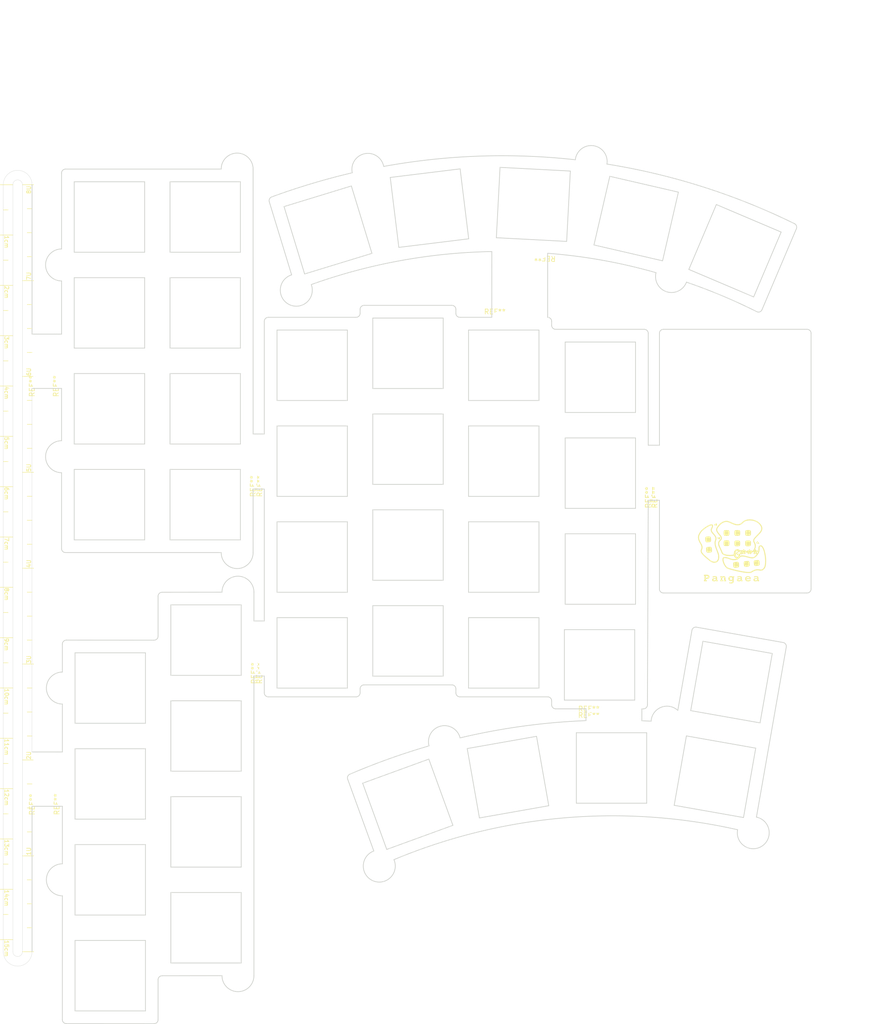
<source format=kicad_pcb>
(kicad_pcb (version 20210228) (generator pcbnew)
  (title_block (rev "1") (company "@e3w2q"))
  (layers (0 "F.Cu" signal) (31 "B.Cu" signal) (34 "B.Paste" user) (35 "F.Paste" user) (36 "B.SilkS" user "B.Silkscreen") (37 "F.SilkS" user "F.Silkscreen") (38 "B.Mask" user) (39 "F.Mask" user) (44 "Edge.Cuts" user))
  (net 0 "")
  (footprint "#footprint:M2_Hole" (layer "F.Cu") (at 185.757763 19.00494 17)
    (fp_text reference "H8" hide)
    (fp_text value "MountingHole" hide)
    (pad "" np_thru_hole circle (at 0 0 17) (size 1.9 1.9) (drill 1.9) (layers F&B.Cu *.Mask))
  )
  (footprint "#footprint:M2_Hole" (layer "F.Cu") (at 64.44875 54.83625)
    (fp_text reference "H13" hide)
    (fp_text value "MountingHole" hide)
    (pad "" np_thru_hole circle (at 0 0) (size 1.9 1.9) (drill 1.9) (layers F&B.Cu *.Mask))
  )
  (footprint "#footprint:pangaea_logo" (layer "F.Cu") (at 198.130662 74.221729)
    (fp_text reference "G***" (at 2.38125 0) (layer "F.SilkS") (effects (font (size 1.524 1.524) (thickness 0.3))))
    (fp_text value "LOGO" hide)
  )
  (footprint "#footprint:Keyswitch_Plate_Hole" (layer "F.Cu") (at 171.60875 58.1)
    (fp_text reference "SW12" hide)
    (fp_text value "SW_and_D" hide)
    (fp_line (start 7 7) (end -7 7) (layer "Edge.Cuts") (width 0.15))
    (fp_line (start -7 -7) (end -7 7) (layer "Edge.Cuts") (width 0.15))
    (fp_line (start 7 -7) (end 7 7) (layer "Edge.Cuts") (width 0.15))
    (fp_line (start 7 -7) (end -7 -7) (layer "Edge.Cuts") (width 0.15))
  )
  (footprint "#footprint:M2_Hole" (layer "F.Cu") (at 169.791826 -3.82648 17)
    (fp_text reference "H7" hide)
    (fp_text value "MountingHole" hide)
    (pad "" np_thru_hole circle (at 0 0 17) (size 1.9 1.9) (drill 1.9) (layers F&B.Cu *.Mask))
  )
  (footprint "#footprint:M2_Hole" (layer "F.Cu") (at 188.11875 79.53125)
    (fp_text reference "H15" hide)
    (fp_text value "MountingHole" hide)
  )
  (footprint "#footprint:mousebite" (layer "F.Cu") (at 104.6325 98.15 90)
    (fp_text reference "REF**" (at 0.3 -0.8 90 unlocked) (layer "F.SilkS"))
    (fp_text value "mousebite")
    (pad "" np_thru_hole circle (at 2.1 -0.3 90) (size 0.6 0.6) (drill 0.6) (layers F&B.Cu *.Mask))
    (pad "" np_thru_hole circle (at 4.8 -0.3 90) (size 0.6 0.6) (drill 0.6) (layers F&B.Cu *.Mask))
    (pad "" np_thru_hole circle (at 0.3 -0.3 90) (size 0.6 0.6) (drill 0.6) (layers F&B.Cu *.Mask))
    (pad "" np_thru_hole circle (at 8.4 -0.3 90) (size 0.6 0.6) (drill 0.6) (layers F&B.Cu *.Mask))
    (pad "" np_thru_hole circle (at 3.9 -0.3 90) (size 0.6 0.6) (drill 0.6) (layers F&B.Cu *.Mask))
    (pad "" np_thru_hole circle (at 10.2 -0.3 90) (size 0.6 0.6) (drill 0.6) (layers F&B.Cu *.Mask))
    (pad "" np_thru_hole circle (at 5.7 -0.3 90) (size 0.6 0.6) (drill 0.6) (layers F&B.Cu *.Mask))
    (pad "" np_thru_hole circle (at 9.3 -0.3 90) (size 0.6 0.6) (drill 0.6) (layers F&B.Cu *.Mask))
    (pad "" np_thru_hole circle (at 6.6 -0.3 90) (size 0.6 0.6) (drill 0.6) (layers F&B.Cu *.Mask))
    (pad "" np_thru_hole circle (at 7.5 -0.3 90) (size 0.6 0.6) (drill 0.6) (layers F&B.Cu *.Mask))
    (pad "" np_thru_hole circle (at 3 -0.3 90) (size 0.6 0.6) (drill 0.6) (layers F&B.Cu *.Mask))
    (pad "" np_thru_hole circle (at 1.2 -0.3 90) (size 0.6 0.6) (drill 0.6) (layers F&B.Cu *.Mask))
  )
  (footprint "#footprint:Keyswitch_Plate_Hole" (layer "F.Cu") (at 73.97375 26.26125)
    (fp_text reference "SW7" hide)
    (fp_text value "SW_and_D" hide)
    (fp_line (start 7 7) (end -7 7) (layer "Edge.Cuts") (width 0.15))
    (fp_line (start 7 -7) (end -7 -7) (layer "Edge.Cuts") (width 0.15))
    (fp_line (start 7 -7) (end 7 7) (layer "Edge.Cuts") (width 0.15))
    (fp_line (start -7 -7) (end -7 7) (layer "Edge.Cuts") (width 0.15))
  )
  (footprint "#footprint:Keyswitch_Plate_Hole" (layer "F.Cu") (at 73.97375 64.36125)
    (fp_text reference "SW19" hide)
    (fp_text value "SW_and_D" hide)
    (fp_line (start 7 -7) (end 7 7) (layer "Edge.Cuts") (width 0.15))
    (fp_line (start 7 -7) (end -7 -7) (layer "Edge.Cuts") (width 0.15))
    (fp_line (start 7 7) (end -7 7) (layer "Edge.Cuts") (width 0.15))
    (fp_line (start -7 -7) (end -7 7) (layer "Edge.Cuts") (width 0.15))
  )
  (footprint "#footprint:M2_Hole" (layer "F.Cu") (at 178.59375 84.29375)
    (fp_text reference "H15" hide)
    (fp_text value "MountingHole" hide)
  )
  (footprint "#footprint:Keyswitch_Plate_Hole" (layer "F.Cu") (at 93.18625 91.27875)
    (fp_text reference "SW2" hide)
    (fp_text value "SW_and_D" hide)
    (fp_line (start 7 7) (end -7 7) (layer "Edge.Cuts") (width 0.15))
    (fp_line (start -7 -7) (end -7 7) (layer "Edge.Cuts") (width 0.15))
    (fp_line (start 7 -7) (end 7 7) (layer "Edge.Cuts") (width 0.15))
    (fp_line (start 7 -7) (end -7 -7) (layer "Edge.Cuts") (width 0.15))
  )
  (footprint "#footprint:M2_Hole" (layer "F.Cu") (at 123.825 45.0031)
    (fp_text reference "H5" hide)
    (fp_text value "MountingHole" hide)
    (pad "" np_thru_hole circle (at 0 0) (size 1.9 1.9) (drill 1.9) (layers F&B.Cu *.Mask))
  )
  (footprint "#footprint:Keyswitch_Plate_Hole" (layer "F.Cu") (at 133.309423 123.893642 20)
    (fp_text reference "SW26" hide)
    (fp_text value "SW_and_D" hide)
    (fp_line (start 7 -7) (end 7 7) (layer "Edge.Cuts") (width 0.15))
    (fp_line (start 7 7) (end -7 7) (layer "Edge.Cuts") (width 0.15))
    (fp_line (start 7 -7) (end -7 -7) (layer "Edge.Cuts") (width 0.15))
    (fp_line (start -7 -7) (end -7 7) (layer "Edge.Cuts") (width 0.15))
  )
  (footprint "#footprint:M2_Hole" (layer "F.Cu") (at 202.015956 129.526299 20)
    (fp_text reference "H8" hide)
    (fp_text value "MountingHole" hide)
    (pad "" np_thru_hole circle (at 0 0 20) (size 1.9 1.9) (drill 1.9) (layers F&B.Cu *.Mask))
  )
  (footprint "#footprint:Keyswitch_Plate_Hole" (layer "F.Cu") (at 93.18625 110.32875)
    (fp_text reference "SW8" hide)
    (fp_text value "SW_and_D" hide)
    (fp_line (start 7 7) (end -7 7) (layer "Edge.Cuts") (width 0.15))
    (fp_line (start -7 -7) (end -7 7) (layer "Edge.Cuts") (width 0.15))
    (fp_line (start 7 -7) (end 7 7) (layer "Edge.Cuts") (width 0.15))
    (fp_line (start 7 -7) (end -7 -7) (layer "Edge.Cuts") (width 0.15))
  )
  (footprint "#footprint:mousebite" (layer "F.Cu") (at 103.32875 60.995 90)
    (fp_text reference "REF**" (at 0.3 -0.8 90 unlocked) (layer "F.SilkS"))
    (fp_text value "mousebite")
    (fp_text user "${REFERENCE}" (at -1.93 77.78125 90 unlocked) (layer "F.SilkS"))
    (pad "" np_thru_hole circle (at 10.2 -0.3 90) (size 0.6 0.6) (drill 0.6) (layers F&B.Cu *.Mask))
    (pad "" np_thru_hole circle (at 7.5 -0.3 90) (size 0.6 0.6) (drill 0.6) (layers F&B.Cu *.Mask))
    (pad "" np_thru_hole circle (at 3 -0.3 90) (size 0.6 0.6) (drill 0.6) (layers F&B.Cu *.Mask))
    (pad "" np_thru_hole circle (at 3.9 -0.3 90) (size 0.6 0.6) (drill 0.6) (layers F&B.Cu *.Mask))
    (pad "" np_thru_hole circle (at 0.3 -0.3 90) (size 0.6 0.6) (drill 0.6) (layers F&B.Cu *.Mask))
    (pad "" np_thru_hole circle (at 2.1 -0.3 90) (size 0.6 0.6) (drill 0.6) (layers F&B.Cu *.Mask))
    (pad "" np_thru_hole circle (at 5.7 -0.3 90) (size 0.6 0.6) (drill 0.6) (layers F&B.Cu *.Mask))
    (pad "" np_thru_hole circle (at 6.6 -0.3 90) (size 0.6 0.6) (drill 0.6) (layers F&B.Cu *.Mask))
    (pad "" np_thru_hole circle (at 4.8 -0.3 90) (size 0.6 0.6) (drill 0.6) (layers F&B.Cu *.Mask))
    (pad "" np_thru_hole circle (at 8.4 -0.3 90) (size 0.6 0.6) (drill 0.6) (layers F&B.Cu *.Mask))
    (pad "" np_thru_hole circle (at 1.2 -0.3 90) (size 0.6 0.6) (drill 0.6) (layers F&B.Cu *.Mask))
    (pad "" np_thru_hole circle (at 9.3 -0.3 90) (size 0.6 0.6) (drill 0.6) (layers F&B.Cu *.Mask))
  )
  (footprint "#footprint:Keyswitch_Plate_Hole" (layer "F.Cu") (at 171.45 96.2)
    (fp_text reference "SW24" hide)
    (fp_text value "SW_and_D" hide)
    (fp_line (start 7 7) (end -7 7) (layer "Edge.Cuts") (width 0.15))
    (fp_line (start 7 -7) (end -7 -7) (layer "Edge.Cuts") (width 0.15))
    (fp_line (start -7 -7) (end -7 7) (layer "Edge.Cuts") (width 0.15))
    (fp_line (start 7 -7) (end 7 7) (layer "Edge.Cuts") (width 0.15))
  )
  (footprint "#footprint:Keyswitch_Plate_Hole" (layer "F.Cu") (at 198.388206 13.912768 -23)
    (fp_text reference "SW30" hide)
    (fp_text value "SW_and_D" hide)
    (fp_line (start 7 -7) (end 7 7) (layer "Edge.Cuts") (width 0.15))
    (fp_line (start 7 7) (end -7 7) (layer "Edge.Cuts") (width 0.15))
    (fp_line (start 7 -7) (end -7 -7) (layer "Edge.Cuts") (width 0.15))
    (fp_line (start -7 -7) (end -7 7) (layer "Edge.Cuts") (width 0.15))
  )
  (footprint "#footprint:Keyswitch_Plate_Hole" (layer "F.Cu") (at 194.402203 118.422426 -10)
    (fp_text reference "SW29" hide)
    (fp_text value "SW_and_D" hide)
    (fp_line (start 7 -7) (end -7 -7) (layer "Edge.Cuts") (width 0.15))
    (fp_line (start -7 -7) (end -7 7) (layer "Edge.Cuts") (width 0.15))
    (fp_line (start 7 7) (end -7 7) (layer "Edge.Cuts") (width 0.15))
    (fp_line (start 7 -7) (end 7 7) (layer "Edge.Cuts") (width 0.15))
  )
  (footprint "#footprint:Keyswitch_Plate_Hole" (layer "F.Cu") (at 93.02375 45.31125)
    (fp_text reference "SW14" hide)
    (fp_text value "SW_and_D" hide)
    (fp_line (start -7 -7) (end -7 7) (layer "Edge.Cuts") (width 0.15))
    (fp_line (start 7 -7) (end -7 -7) (layer "Edge.Cuts") (width 0.15))
    (fp_line (start 7 -7) (end 7 7) (layer "Edge.Cuts") (width 0.15))
    (fp_line (start 7 7) (end -7 7) (layer "Edge.Cuts") (width 0.15))
  )
  (footprint "#footprint:M2_Hole" (layer "F.Cu") (at 99.53625 81.75375)
    (fp_text reference "H11" hide)
    (fp_text value "MountingHole" hide)
    (pad "" np_thru_hole circle (at 0 0) (size 1.9 1.9) (drill 1.9) (layers F&B.Cu *.Mask))
  )
  (footprint "#footprint:Keyswitch_Plate_Hole" (layer "F.Cu") (at 171.60875 39.05)
    (fp_text reference "SW6" hide)
    (fp_text value "SW_and_D" hide)
    (fp_line (start 7 7) (end -7 7) (layer "Edge.Cuts") (width 0.15))
    (fp_line (start 7 -7) (end -7 -7) (layer "Edge.Cuts") (width 0.15))
    (fp_line (start -7 -7) (end -7 7) (layer "Edge.Cuts") (width 0.15))
    (fp_line (start 7 -7) (end 7 7) (layer "Edge.Cuts") (width 0.15))
  )
  (footprint "#footprint:Keyswitch_Plate_Hole" (layer "F.Cu") (at 114.3 74.7687)
    (fp_text reference "SW15" hide)
    (fp_text value "SW_and_D" hide)
    (fp_line (start -7 -7) (end -7 7) (layer "Edge.Cuts") (width 0.15))
    (fp_line (start 7 -7) (end -7 -7) (layer "Edge.Cuts") (width 0.15))
    (fp_line (start 7 7) (end -7 7) (layer "Edge.Cuts") (width 0.15))
    (fp_line (start 7 -7) (end 7 7) (layer "Edge.Cuts") (width 0.15))
  )
  (footprint "#footprint:Keyswitch_Plate_Hole" (layer "F.Cu") (at 74.13625 119.85375)
    (fp_text reference "SW7" hide)
    (fp_text value "SW_and_D" hide)
    (fp_line (start 7 -7) (end -7 -7) (layer "Edge.Cuts") (width 0.15))
    (fp_line (start 7 -7) (end 7 7) (layer "Edge.Cuts") (width 0.15))
    (fp_line (start 7 7) (end -7 7) (layer "Edge.Cuts") (width 0.15))
    (fp_line (start -7 -7) (end -7 7) (layer "Edge.Cuts") (width 0.15))
  )
  (footprint "#footprint:Keyswitch_Plate_Hole" (layer "F.Cu") (at 93.18625 129.37875)
    (fp_text reference "SW14" hide)
    (fp_text value "SW_and_D" hide)
    (fp_line (start 7 -7) (end 7 7) (layer "Edge.Cuts") (width 0.15))
    (fp_line (start 7 7) (end -7 7) (layer "Edge.Cuts") (width 0.15))
    (fp_line (start -7 -7) (end -7 7) (layer "Edge.Cuts") (width 0.15))
    (fp_line (start 7 -7) (end -7 -7) (layer "Edge.Cuts") (width 0.15))
  )
  (footprint "#footprint:mousebite" (layer "F.Cu") (at 64.15125 41.11375 90)
    (fp_text reference "REF**" (at 0.3 -0.8 90 unlocked) (layer "F.SilkS"))
    (fp_text value "mousebite")
    (pad "" np_thru_hole circle (at 8.4 -0.3 90) (size 0.6 0.6) (drill 0.6) (layers F&B.Cu *.Mask))
    (pad "" np_thru_hole circle (at 0.3 -0.3 90) (size 0.6 0.6) (drill 0.6) (layers F&B.Cu *.Mask))
    (pad "" np_thru_hole circle (at 9.3 -0.3 90) (size 0.6 0.6) (drill 0.6) (layers F&B.Cu *.Mask))
    (pad "" np_thru_hole circle (at 6.6 -0.3 90) (size 0.6 0.6) (drill 0.6) (layers F&B.Cu *.Mask))
    (pad "" np_thru_hole circle (at 10.2 -0.3 90) (size 0.6 0.6) (drill 0.6) (layers F&B.Cu *.Mask))
    (pad "" np_thru_hole circle (at 1.2 -0.3 90) (size 0.6 0.6) (drill 0.6) (layers F&B.Cu *.Mask))
    (pad "" np_thru_hole circle (at 2.1 -0.3 90) (size 0.6 0.6) (drill 0.6) (layers F&B.Cu *.Mask))
    (pad "" np_thru_hole circle (at 3 -0.3 90) (size 0.6 0.6) (drill 0.6) (layers F&B.Cu *.Mask))
    (pad "" np_thru_hole circle (at 5.7 -0.3 90) (size 0.6 0.6) (drill 0.6) (layers F&B.Cu *.Mask))
    (pad "" np_thru_hole circle (at 3.9 -0.3 90) (size 0.6 0.6) (drill 0.6) (layers F&B.Cu *.Mask))
    (pad "" np_thru_hole circle (at 4.8 -0.3 90) (size 0.6 0.6) (drill 0.6) (layers F&B.Cu *.Mask))
    (pad "" np_thru_hole circle (at 7.5 -0.3 90) (size 0.6 0.6) (drill 0.6) (layers F&B.Cu *.Mask))
  )
  (footprint "#footprint:M2_Hole" (layer "F.Cu") (at 64.61125 138.90375)
    (fp_text reference "H13" hide)
    (fp_text value "MountingHole" hide)
    (pad "" np_thru_hole circle (at 0 0) (size 1.9 1.9) (drill 1.9) (layers F&B.Cu *.Mask))
  )
  (footprint "#footprint:M2_Hole" (layer "F.Cu") (at 210.34375 47.3844)
    (fp_text reference "H1" hide)
    (fp_text value "MountingHole" hide)
    (pad "" np_thru_hole circle (at 0 0) (size 1.9 1.9) (drill 1.9) (layers F&B.Cu *.Mask))
  )
  (footprint "#footprint:Keyswitch_Plate_Hole" (layer "F.Cu") (at 93.02375 64.36125)
    (fp_text reference "SW20" hide)
    (fp_text value "SW_and_D" hide)
    (fp_line (start 7 -7) (end -7 -7) (layer "Edge.Cuts") (width 0.15))
    (fp_line (start 7 -7) (end 7 7) (layer "Edge.Cuts") (width 0.15))
    (fp_line (start 7 7) (end -7 7) (layer "Edge.Cuts") (width 0.15))
    (fp_line (start -7 -7) (end -7 7) (layer "Edge.Cuts") (width 0.15))
  )
  (footprint "#footprint:mousebite" (layer "F.Cu") (at 183.21375 63.225 90)
    (fp_text reference "REF**" (at 0.3 -0.8 90 unlocked) (layer "F.SilkS"))
    (fp_text value "mousebite")
    (fp_text user "${REFERENCE}" (at 0.3 -0.8 90 unlocked) (layer "F.SilkS"))
    (pad "" np_thru_hole circle (at 2.1 -0.3 90) (size 0.6 0.6) (drill 0.6) (layers F&B.Cu *.Mask))
    (pad "" np_thru_hole circle (at 8.4 -0.3 90) (size 0.6 0.6) (drill 0.6) (layers F&B.Cu *.Mask))
    (pad "" np_thru_hole circle (at 4.8 -0.3 90) (size 0.6 0.6) (drill 0.6) (layers F&B.Cu *.Mask))
    (pad "" np_thru_hole circle (at 3.9 -0.3 90) (size 0.6 0.6) (drill 0.6) (layers F&B.Cu *.Mask))
    (pad "" np_thru_hole circle (at 0.3 -0.3 90) (size 0.6 0.6) (drill 0.6) (layers F&B.Cu *.Mask))
    (pad "" np_thru_hole circle (at 1.2 -0.3 90) (size 0.6 0.6) (drill 0.6) (layers F&B.Cu *.Mask))
    (pad "" np_thru_hole circle (at 3 -0.3 90) (size 0.6 0.6) (drill 0.6) (layers F&B.Cu *.Mask))
    (pad "" np_thru_hole circle (at 7.5 -0.3 90) (size 0.6 0.6) (drill 0.6) (layers F&B.Cu *.Mask))
    (pad "" np_thru_hole circle (at 5.7 -0.3 90) (size 0.6 0.6) (drill 0.6) (layers F&B.Cu *.Mask))
    (pad "" np_thru_hole circle (at 9.3 -0.3 90) (size 0.6 0.6) (drill 0.6) (layers F&B.Cu *.Mask))
    (pad "" np_thru_hole circle (at 10.2 -0.3 90) (size 0.6 0.6) (drill 0.6) (layers F&B.Cu *.Mask))
    (pad "" np_thru_hole circle (at 6.6 -0.3 90) (size 0.6 0.6) (drill 0.6) (layers F&B.Cu *.Mask))
  )
  (footprint "#footprint:M2_Hole" (layer "F.Cu") (at 99.37375 -2.31375)
    (fp_text reference "H11" hide)
    (fp_text value "MountingHole" hide)
    (pad "" np_thru_hole circle (at 0 0) (size 1.9 1.9) (drill 1.9) (layers F&B.Cu *.Mask))
  )
  (footprint "#footprint:M2_Hole" (layer "F.Cu") (at 161.925 85.4844)
    (fp_text reference "H3" hide)
    (fp_text value "MountingHole" hide)
    (pad "" np_thru_hole circle (at 0 0) (size 1.9 1.9) (drill 1.9) (layers F&B.Cu *.Mask))
  )
  (footprint "#footprint:Keyswitch_Plate_Hole" (layer "F.Cu") (at 133.35 72.3875)
    (fp_text reference "SW16" hide)
    (fp_text value "SW_and_D" hide)
    (fp_line (start 7 -7) (end 7 7) (layer "Edge.Cuts") (width 0.15))
    (fp_line (start 7 7) (end -7 7) (layer "Edge.Cuts") (width 0.15))
    (fp_line (start 7 -7) (end -7 -7) (layer "Edge.Cuts") (width 0.15))
    (fp_line (start -7 -7) (end -7 7) (layer "Edge.Cuts") (width 0.15))
  )
  (footprint "#footprint:Keyswitch_Plate_Hole" (layer "F.Cu") (at 74.13625 138.90375)
    (fp_text reference "SW13" hide)
    (fp_text value "SW_and_D" hide)
    (fp_line (start 7 -7) (end -7 -7) (layer "Edge.Cuts") (width 0.15))
    (fp_line (start 7 -7) (end 7 7) (layer "Edge.Cuts") (width 0.15))
    (fp_line (start -7 -7) (end -7 7) (layer "Edge.Cuts") (width 0.15))
    (fp_line (start 7 7) (end -7 7) (layer "Edge.Cuts") (width 0.15))
  )
  (footprint "#footprint:Keyswitch_Plate_Hole" (layer "F.Cu") (at 74.13625 100.80375)
    (fp_text reference "SW1" hide)
    (fp_text value "SW_and_D" hide)
    (fp_line (start -7 -7) (end -7 7) (layer "Edge.Cuts") (width 0.15))
    (fp_line (start 7 7) (end -7 7) (layer "Edge.Cuts") (width 0.15))
    (fp_line (start 7 -7) (end 7 7) (layer "Edge.Cuts") (width 0.15))
    (fp_line (start 7 -7) (end -7 -7) (layer "Edge.Cuts") (width 0.15))
  )
  (footprint "#footprint:Keyswitch_Plate_Hole" (layer "F.Cu") (at 152.4 36.6687)
    (fp_text reference "SW5" hide)
    (fp_text value "SW_and_D" hide)
    (fp_line (start -7 -7) (end -7 7) (layer "Edge.Cuts") (width 0.15))
    (fp_line (start 7 -7) (end 7 7) (layer "Edge.Cuts") (width 0.15))
    (fp_line (start 7 7) (end -7 7) (layer "Edge.Cuts") (width 0.15))
    (fp_line (start 7 -7) (end -7 -7) (layer "Edge.Cuts") (width 0.15))
  )
  (footprint "#footprint:Keyswitch_Plate_Hole" (layer "F.Cu") (at 152.4 74.7687)
    (fp_text reference "SW17" hide)
    (fp_text value "SW_and_D" hide)
    (fp_line (start -7 -7) (end -7 7) (layer "Edge.Cuts") (width 0.15))
    (fp_line (start 7 -7) (end 7 7) (layer "Edge.Cuts") (width 0.15))
    (fp_line (start 7 -7) (end -7 -7) (layer "Edge.Cuts") (width 0.15))
    (fp_line (start 7 7) (end -7 7) (layer "Edge.Cuts") (width 0.15))
  )
  (footprint "#footprint:Keyswitch_Plate_Hole" (layer "F.Cu") (at 117.44018 9.784181 17)
    (fp_text reference "SW26" hide)
    (fp_text value "SW_and_D" hide)
    (fp_line (start 7 -7) (end 7 7) (layer "Edge.Cuts") (width 0.15))
    (fp_line (start 7 7) (end -7 7) (layer "Edge.Cuts") (width 0.15))
    (fp_line (start 7 -7) (end -7 -7) (layer "Edge.Cuts") (width 0.15))
    (fp_line (start -7 -7) (end -7 7) (layer "Edge.Cuts") (width 0.15))
  )
  (footprint "#footprint:Keyswitch_Plate_Hole" (layer "F.Cu") (at 158.284072 4.699925 -3)
    (fp_text reference "SW28" hide)
    (fp_text value "SW_and_D" hide)
    (fp_line (start -7 -7) (end -7 7) (layer "Edge.Cuts") (width 0.15))
    (fp_line (start 7 -7) (end 7 7) (layer "Edge.Cuts") (width 0.15))
    (fp_line (start 7 -7) (end -7 -7) (layer "Edge.Cuts") (width 0.15))
    (fp_line (start 7 7) (end -7 7) (layer "Edge.Cuts") (width 0.15))
  )
  (footprint "#footprint:M2_Hole" (layer "F.Cu") (at 140.626404 111.420143 20)
    (fp_text reference "H10" hide)
    (fp_text value "MountingHole" hide)
    (pad "" np_thru_hole circle (at 0 0 20) (size 1.9 1.9) (drill 1.9) (layers F&B.Cu *.Mask))
  )
  (footprint "#footprint:M2_Hole" (layer "F.Cu") (at 64.61125 100.80375)
    (fp_text reference "H14" hide)
    (fp_text value "MountingHole" hide)
    (pad "" np_thru_hole circle (at 0 0) (size 1.9 1.9) (drill 1.9) (layers F&B.Cu *.Mask))
  )
  (footprint "#footprint:Keyswitch_Plate_Hole" (layer "F.Cu") (at 152.4 93.8187)
    (fp_text reference "SW23" hide)
    (fp_text value "SW_and_D" hide)
    (fp_line (start 7 -7) (end 7 7) (layer "Edge.Cuts") (width 0.15))
    (fp_line (start 7 7) (end -7 7) (layer "Edge.Cuts") (width 0.15))
    (fp_line (start -7 -7) (end -7 7) (layer "Edge.Cuts") (width 0.15))
    (fp_line (start 7 -7) (end -7 -7) (layer "Edge.Cuts") (width 0.15))
  )
  (footprint "#footprint:M2_Hole" (layer "F.Cu") (at 125.399945 -2.289282 17)
    (fp_text reference "H10" hide)
    (fp_text value "MountingHole" hide)
    (pad "" np_thru_hole circle (at 0 0 17) (size 1.9 1.9) (drill 1.9) (layers F&B.Cu *.Mask))
  )
  (footprint "#footprint:Keyswitch_Plate_Hole" (layer "F.Cu") (at 133.35 34.2875)
    (fp_text reference "SW4" hide)
    (fp_text value "SW_and_D" hide)
    (fp_line (start 7 -7) (end 7 7) (layer "Edge.Cuts") (width 0.15))
    (fp_line (start -7 -7) (end -7 7) (layer "Edge.Cuts") (width 0.15))
    (fp_line (start 7 7) (end -7 7) (layer "Edge.Cuts") (width 0.15))
    (fp_line (start 7 -7) (end -7 -7) (layer "Edge.Cuts") (width 0.15))
  )
  (footprint "#footprint:mousebite" (layer "F.Cu") (at 169.02375 107.01125)
    (fp_text reference "REF**" (at 0.3 -0.8 unlocked) (layer "F.SilkS"))
    (fp_text value "mousebite")
    (pad "" np_thru_hole circle (at 3.9 -0.3) (size 0.6 0.6) (drill 0.6) (layers F&B.Cu *.Mask))
    (pad "" np_thru_hole circle (at 6.6 -0.3) (size 0.6 0.6) (drill 0.6) (layers F&B.Cu *.Mask))
    (pad "" np_thru_hole circle (at 0.3 -0.3) (size 0.6 0.6) (drill 0.6) (layers F&B.Cu *.Mask))
    (pad "" np_thru_hole circle (at 2.1 -0.3) (size 0.6 0.6) (drill 0.6) (layers F&B.Cu *.Mask))
    (pad "" np_thru_hole circle (at 8.4 -0.3) (size 0.6 0.6) (drill 0.6) (layers F&B.Cu *.Mask))
    (pad "" np_thru_hole circle (at 10.2 -0.3) (size 0.6 0.6) (drill 0.6) (layers F&B.Cu *.Mask))
    (pad "" np_thru_hole circle (at 9.3 -0.3) (size 0.6 0.6) (drill 0.6) (layers F&B.Cu *.Mask))
    (pad "" np_thru_hole circle (at 7.5 -0.3) (size 0.6 0.6) (drill 0.6) (layers F&B.Cu *.Mask))
    (pad "" np_thru_hole circle (at 1.2 -0.3) (size 0.6 0.6) (drill 0.6) (layers F&B.Cu *.Mask))
    (pad "" np_thru_hole circle (at 4.8 -0.3) (size 0.6 0.6) (drill 0.6) (layers F&B.Cu *.Mask))
    (pad "" np_thru_hole circle (at 3 -0.3) (size 0.6 0.6) (drill 0.6) (layers F&B.Cu *.Mask))
    (pad "" np_thru_hole circle (at 5.7 -0.3) (size 0.6 0.6) (drill 0.6) (layers F&B.Cu *.Mask))
  )
  (footprint "#footprint:mousebite" (layer "F.Cu") (at 103.52125 98.15 90)
    (fp_text reference "REF**" (at 0.3 -0.8 90 unlocked) (layer "F.SilkS"))
    (fp_text value "mousebite")
    (pad "" np_thru_hole circle (at 1.2 -0.3 90) (size 0.6 0.6) (drill 0.6) (layers F&B.Cu *.Mask))
    (pad "" np_thru_hole circle (at 10.2 -0.3 90) (size 0.6 0.6) (drill 0.6) (layers F&B.Cu *.Mask))
    (pad "" np_thru_hole circle (at 3.9 -0.3 90) (size 0.6 0.6) (drill 0.6) (layers F&B.Cu *.Mask))
    (pad "" np_thru_hole circle (at 4.8 -0.3 90) (size 0.6 0.6) (drill 0.6) (layers F&B.Cu *.Mask))
    (pad "" np_thru_hole circle (at 2.1 -0.3 90) (size 0.6 0.6) (drill 0.6) (layers F&B.Cu *.Mask))
    (pad "" np_thru_hole circle (at 9.3 -0.3 90) (size 0.6 0.6) (drill 0.6) (layers F&B.Cu *.Mask))
    (pad "" np_thru_hole circle (at 5.7 -0.3 90) (size 0.6 0.6) (drill 0.6) (layers F&B.Cu *.Mask))
    (pad "" np_thru_hole circle (at 6.6 -0.3 90) (size 0.6 0.6) (drill 0.6) (layers F&B.Cu *.Mask))
    (pad "" np_thru_hole circle (at 7.5 -0.3 90) (size 0.6 0.6) (drill 0.6) (layers F&B.Cu *.Mask))
    (pad "" np_thru_hole circle (at 3 -0.3 90) (size 0.6 0.6) (drill 0.6) (layers F&B.Cu *.Mask))
    (pad "" np_thru_hole circle (at 0.3 -0.3 90) (size 0.6 0.6) (drill 0.6) (layers F&B.Cu *.Mask))
    (pad "" np_thru_hole circle (at 8.4 -0.3 90) (size 0.6 0.6) (drill 0.6) (layers F&B.Cu *.Mask))
  )
  (footprint "#footprint:Keyswitch_Plate_Hole" (layer "F.Cu") (at 114.3 93.8187)
    (fp_text reference "SW21" hide)
    (fp_text value "SW_and_D" hide)
    (fp_line (start 7 7) (end -7 7) (layer "Edge.Cuts") (width 0.15))
    (fp_line (start -7 -7) (end -7 7) (layer "Edge.Cuts") (width 0.15))
    (fp_line (start 7 -7) (end -7 -7) (layer "Edge.Cuts") (width 0.15))
    (fp_line (start 7 -7) (end 7 7) (layer "Edge.Cuts") (width 0.15))
  )
  (footprint "#footprint:Keyswitch_Plate_Hole" (layer "F.Cu") (at 114.3 36.6687)
    (fp_text reference "SW3" hide)
    (fp_text value "SW_and_D" hide)
    (fp_line (start 7 -7) (end -7 -7) (layer "Edge.Cuts") (width 0.15))
    (fp_line (start 7 -7) (end 7 7) (layer "Edge.Cuts") (width 0.15))
    (fp_line (start 7 7) (end -7 7) (layer "Edge.Cuts") (width 0.15))
    (fp_line (start -7 -7) (end -7 7) (layer "Edge.Cuts") (width 0.15))
  )
  (footprint "#footprint:Keyswitch_Plate_Hole" (layer "F.Cu") (at 178.735576 7.517813 -13)
    (fp_text reference "SW29" hide)
    (fp_text value "SW_and_D" hide)
    (fp_line (start 7 -7) (end -7 -7) (layer "Edge.Cuts") (width 0.15))
    (fp_line (start -7 -7) (end -7 7) (layer "Edge.Cuts") (width 0.15))
    (fp_line (start 7 -7) (end 7 7) (layer "Edge.Cuts") (width 0.15))
    (fp_line (start 7 7) (end -7 7) (layer "Edge.Cuts") (width 0.15))
  )
  (footprint "#footprint:Keyswitch_Plate_Hole" (layer "F.Cu") (at 133.35 53.3375)
    (fp_text reference "SW10" hide)
    (fp_text value "SW_and_D" hide)
    (fp_line (start -7 -7) (end -7 7) (layer "Edge.Cuts") (width 0.15))
    (fp_line (start 7 -7) (end 7 7) (layer "Edge.Cuts") (width 0.15))
    (fp_line (start 7 7) (end -7 7) (layer "Edge.Cuts") (width 0.15))
    (fp_line (start 7 -7) (end -7 -7) (layer "Edge.Cuts") (width 0.15))
  )
  (footprint "#footprint:Keyswitch_Plate_Hole" (layer "F.Cu") (at 73.97375 45.31125)
    (fp_text reference "SW13" hide)
    (fp_text value "SW_and_D" hide)
    (fp_line (start 7 -7) (end 7 7) (layer "Edge.Cuts") (width 0.15))
    (fp_line (start 7 -7) (end -7 -7) (layer "Edge.Cuts") (width 0.15))
    (fp_line (start 7 7) (end -7 7) (layer "Edge.Cuts") (width 0.15))
    (fp_line (start -7 -7) (end -7 7) (layer "Edge.Cuts") (width 0.15))
  )
  (footprint "#footprint:M2_Hole" (layer "F.Cu") (at 99.53625 157.95375)
    (fp_text reference "H12" hide)
    (fp_text value "MountingHole" hide)
    (pad "" np_thru_hole circle (at 0 0) (size 1.9 1.9) (drill 1.9) (layers F&B.Cu *.Mask))
  )
  (footprint "#footprint:Keyswitch_Plate_Hole" (layer "F.Cu") (at 114.3 55.7187)
    (fp_text reference "SW9" hide)
    (fp_text value "SW_and_D" hide)
    (fp_line (start 7 -7) (end -7 -7) (layer "Edge.Cuts") (width 0.15))
    (fp_line (start -7 -7) (end -7 7) (layer "Edge.Cuts") (width 0.15))
    (fp_line (start 7 -7) (end 7 7) (layer "Edge.Cuts") (width 0.15))
    (fp_line (start 7 7) (end -7 7) (layer "Edge.Cuts") (width 0.15))
  )
  (footprint "#footprint:Keyswitch_Plate_Hole" (layer "F.Cu") (at 73.97375 7.21125)
    (fp_text reference "SW1" hide)
    (fp_text value "SW_and_D" hide)
    (fp_line (start 7 7) (end -7 7) (layer "Edge.Cuts") (width 0.15))
    (fp_line (start 7 -7) (end 7 7) (layer "Edge.Cuts") (width 0.15))
    (fp_line (start -7 -7) (end -7 7) (layer "Edge.Cuts") (width 0.15))
    (fp_line (start 7 -7) (end -7 -7) (layer "Edge.Cuts") (width 0.15))
  )
  (footprint "#footprint:M2_Hole" (layer "F.Cu") (at 184.876996 107.561761 20)
    (fp_text reference "H7" hide)
    (fp_text value "MountingHole" hide)
    (pad "" np_thru_hole circle (at 0 0 20) (size 1.9 1.9) (drill 1.9) (layers F&B.Cu *.Mask))
  )
  (footprint "#footprint:M2_Hole" (layer "F.Cu") (at 161.925 47.3844)
    (fp_text reference "H6" hide)
    (fp_text value "MountingHole" hide)
    (pad "" np_thru_hole circle (at 0 0) (size 1.9 1.9) (drill 1.9) (layers F&B.Cu *.Mask))
  )
  (footprint "#footprint:Keyswitch_Plate_Hole" (layer "F.Cu") (at 197.691216 99.613287 -10)
    (fp_text reference "SW30" hide)
    (fp_text value "SW_and_D" hide)
    (fp_line (start 7 -7) (end -7 -7) (layer "Edge.Cuts") (width 0.15))
    (fp_line (start -7 -7) (end -7 7) (layer "Edge.Cuts") (width 0.15))
    (fp_line (start 7 -7) (end 7 7) (layer "Edge.Cuts") (width 0.15))
    (fp_line (start 7 7) (end -7 7) (layer "Edge.Cuts") (width 0.15))
  )
  (footprint "#footprint:Keyswitch_Plate_Hole" (layer "F.Cu") (at 74.13625 157.95375)
    (fp_text reference "SW19" hide)
    (fp_text value "SW_and_D" hide)
    (fp_line (start 7 -7) (end -7 -7) (layer "Edge.Cuts") (width 0.15))
    (fp_line (start 7 -7) (end 7 7) (layer "Edge.Cuts") (width 0.15))
    (fp_line (start 7 7) (end -7 7) (layer "Edge.Cuts") (width 0.15))
    (fp_line (start -7 -7) (end -7 7) (layer "Edge.Cuts") (width 0.15))
  )
  (footprint "#footprint:mousebite" (layer "F.Cu") (at 64.31 124.185 90)
    (fp_text reference "REF**" (at 0.3 -0.8 90 unlocked) (layer "F.SilkS"))
    (fp_text value "mousebite")
    (pad "" np_thru_hole circle (at 4.8 -0.3 90) (size 0.6 0.6) (drill 0.6) (layers F&B.Cu *.Mask))
    (pad "" np_thru_hole circle (at 8.4 -0.3 90) (size 0.6 0.6) (drill 0.6) (layers F&B.Cu *.Mask))
    (pad "" np_thru_hole circle (at 1.2 -0.3 90) (size 0.6 0.6) (drill 0.6) (layers F&B.Cu *.Mask))
    (pad "" np_thru_hole circle (at 9.3 -0.3 90) (size 0.6 0.6) (drill 0.6) (layers F&B.Cu *.Mask))
    (pad "" np_thru_hole circle (at 2.1 -0.3 90) (size 0.6 0.6) (drill 0.6) (layers F&B.Cu *.Mask))
    (pad "" np_thru_hole circle (at 6.6 -0.3 90) (size 0.6 0.6) (drill 0.6) (layers F&B.Cu *.Mask))
    (pad "" np_thru_hole circle (at 3.9 -0.3 90) (size 0.6 0.6) (drill 0.6) (layers F&B.Cu *.Mask))
    (pad "" np_thru_hole circle (at 10.2 -0.3 90) (size 0.6 0.6) (drill 0.6) (layers F&B.Cu *.Mask))
    (pad "" np_thru_hole circle (at 7.5 -0.3 90) (size 0.6 0.6) (drill 0.6) (layers F&B.Cu *.Mask))
    (pad "" np_thru_hole circle (at 5.7 -0.3 90) (size 0.6 0.6) (drill 0.6) (layers F&B.Cu *.Mask))
    (pad "" np_thru_hole circle (at 0.3 -0.3 90) (size 0.6 0.6) (drill 0.6) (layers F&B.Cu *.Mask))
    (pad "" np_thru_hole circle (at 3 -0.3 90) (size 0.6 0.6) (drill 0.6) (layers F&B.Cu *.Mask))
  )
  (footprint "#footprint:Keyswitch_Plate_Hole" (layer "F.Cu") (at 93.02375 26.26125)
    (fp_text reference "SW8" hide)
    (fp_text value "SW_and_D" hide)
    (fp_line (start 7 -7) (end -7 -7) (layer "Edge.Cuts") (width 0.15))
    (fp_line (start 7 7) (end -7 7) (layer "Edge.Cuts") (width 0.15))
    (fp_line (start -7 -7) (end -7 7) (layer "Edge.Cuts") (width 0.15))
    (fp_line (start 7 -7) (end 7 7) (layer "Edge.Cuts") (width 0.15))
  )
  (footprint "#footprint:M2_Hole" (layer "F.Cu") (at 210.34375 78.73745)
    (fp_text reference "H2" hide)
    (fp_text value "MountingHole" hide)
    (pad "" np_thru_hole circle (at 0 0) (size 1.9 1.9) (drill 1.9) (layers F&B.Cu *.Mask))
  )
  (footprint "#footprint:Keyswitch_Plate_Hole" (layer "F.Cu") (at 137.624372 5.443947 7)
    (fp_text reference "SW27" hide)
    (fp_text value "SW_and_D" hide)
    (fp_line (start -7 -7) (end -7 7) (layer "Edge.Cuts") (width 0.15))
    (fp_line (start 7 -7) (end 7 7) (layer "Edge.Cuts") (width 0.15))
    (fp_line (start 7 7) (end -7 7) (layer "Edge.Cuts") (width 0.15))
    (fp_line (start 7 -7) (end -7 -7) (layer "Edge.Cuts") (width 0.15))
  )
  (footprint "#footprint:mousebite" (layer "F.Cu") (at 59.38875 124.22875 90)
    (fp_text reference "REF**" (at 0.3 -0.8 90 unlocked) (layer "F.SilkS"))
    (fp_text value "mousebite")
    (pad "" np_thru_hole circle (at 6.6 -0.3 90) (size 0.6 0.6) (drill 0.6) (layers F&B.Cu *.Mask))
    (pad "" np_thru_hole circle (at 3.9 -0.3 90) (size 0.6 0.6) (drill 0.6) (layers F&B.Cu *.Mask))
    (pad "" np_thru_hole circle (at 4.8 -0.3 90) (size 0.6 0.6) (drill 0.6) (layers F&B.Cu *.Mask))
    (pad "" np_thru_hole circle (at 2.1 -0.3 90) (size 0.6 0.6) (drill 0.6) (layers F&B.Cu *.Mask))
    (pad "" np_thru_hole circle (at 7.5 -0.3 90) (size 0.6 0.6) (drill 0.6) (layers F&B.Cu *.Mask))
    (pad "" np_thru_hole circle (at 10.2 -0.3 90) (size 0.6 0.6) (drill 0.6) (layers F&B.Cu *.Mask))
    (pad "" np_thru_hole circle (at 0.3 -0.3 90) (size 0.6 0.6) (drill 0.6) (layers F&B.Cu *.Mask))
    (pad "" np_thru_hole circle (at 3 -0.3 90) (size 0.6 0.6) (drill 0.6) (layers F&B.Cu *.Mask))
    (pad "" np_thru_hole circle (at 8.4 -0.3 90) (size 0.6 0.6) (drill 0.6) (layers F&B.Cu *.Mask))
    (pad "" np_thru_hole circle (at 1.2 -0.3 90) (size 0.6 0.6) (drill 0.6) (layers F&B.Cu *.Mask))
    (pad "" np_thru_hole circle (at 9.3 -0.3 90) (size 0.6 0.6) (drill 0.6) (layers F&B.Cu *.Mask))
    (pad "" np_thru_hole circle (at 5.7 -0.3 90) (size 0.6 0.6) (drill 0.6) (layers F&B.Cu *.Mask))
  )
  (footprint "#footprint:M2_Hole" (layer "F.Cu") (at 123.825 83.1031)
    (fp_text reference "H4" hide)
    (fp_text value "MountingHole" hide)
    (pad "" np_thru_hole circle (at 0 0) (size 1.9 1.9) (drill 1.9) (layers F&B.Cu *.Mask))
  )
  (footprint "#footprint:mousebite" (layer "F.Cu") (at 104.6325 60.995 90)
    (fp_text reference "REF**" (at 0.3 -0.8 90 unlocked) (layer "F.SilkS"))
    (fp_text value "mousebite")
    (fp_text user "${REFERENCE}" (at -1.93 77.78125 90 unlocked) (layer "F.SilkS"))
    (pad "" np_thru_hole circle (at 5.7 -0.3 90) (size 0.6 0.6) (drill 0.6) (layers F&B.Cu *.Mask))
    (pad "" np_thru_hole circle (at 7.5 -0.3 90) (size 0.6 0.6) (drill 0.6) (layers F&B.Cu *.Mask))
    (pad "" np_thru_hole circle (at 0.3 -0.3 90) (size 0.6 0.6) (drill 0.6) (layers F&B.Cu *.Mask))
    (pad "" np_thru_hole circle (at 2.1 -0.3 90) (size 0.6 0.6) (drill 0.6) (layers F&B.Cu *.Mask))
    (pad "" np_thru_hole circle (at 4.8 -0.3 90) (size 0.6 0.6) (drill 0.6) (layers F&B.Cu *.Mask))
    (pad "" np_thru_hole circle (at 1.2 -0.3 90) (size 0.6 0.6) (drill 0.6) (layers F&B.Cu *.Mask))
    (pad "" np_thru_hole circle (at 3.9 -0.3 90) (size 0.6 0.6) (drill 0.6) (layers F&B.Cu *.Mask))
    (pad "" np_thru_hole circle (at 3 -0.3 90) (size 0.6 0.6) (drill 0.6) (layers F&B.Cu *.Mask))
    (pad "" np_thru_hole circle (at 8.4 -0.3 90) (size 0.6 0.6) (drill 0.6) (layers F&B.Cu *.Mask))
    (pad "" np_thru_hole circle (at 6.6 -0.3 90) (size 0.6 0.6) (drill 0.6) (layers F&B.Cu *.Mask))
    (pad "" np_thru_hole circle (at 10.2 -0.3 90) (size 0.6 0.6) (drill 0.6) (layers F&B.Cu *.Mask))
    (pad "" np_thru_hole circle (at 9.3 -0.3 90) (size 0.6 0.6) (drill 0.6) (layers F&B.Cu *.Mask))
  )
  (footprint "#footprint:M2_Hole" (layer "F.Cu") (at 99.37375 73.88625)
    (fp_text reference "H12" hide)
    (fp_text value "MountingHole" hide)
    (pad "" np_thru_hole circle (at 0 0) (size 1.9 1.9) (drill 1.9) (layers F&B.Cu *.Mask))
  )
  (footprint "#footprint:Keyswitch_Plate_Hole" (layer "F.Cu") (at 171.60875 77.15)
    (fp_text reference "SW18" hide)
    (fp_text value "SW_and_D" hide)
    (fp_line (start 7 -7) (end 7 7) (layer "Edge.Cuts") (width 0.15))
    (fp_line (start 7 -7) (end -7 -7) (layer "Edge.Cuts") (width 0.15))
    (fp_line (start -7 -7) (end -7 7) (layer "Edge.Cuts") (width 0.15))
    (fp_line (start 7 7) (end -7 7) (layer "Edge.Cuts") (width 0.15))
  )
  (footprint "#footprint:mousebite" (layer "F.Cu") (at 150.33625 26.82625)
    (fp_text reference "REF**" (at 0.3 -0.8 unlocked) (layer "F.SilkS"))
    (fp_text value "mousebite")
    (pad "" np_thru_hole circle (at 3.9 -0.3) (size 0.6 0.6) (drill 0.6) (layers F&B.Cu *.Mask))
    (pad "" np_thru_hole circle (at 3 -0.3) (size 0.6 0.6) (drill 0.6) (layers F&B.Cu *.Mask))
    (pad "" np_thru_hole circle (at 10.2 -0.3) (size 0.6 0.6) (drill 0.6) (layers F&B.Cu *.Mask))
    (pad "" np_thru_hole circle (at 6.6 -0.3) (size 0.6 0.6) (drill 0.6) (layers F&B.Cu *.Mask))
    (pad "" np_thru_hole circle (at 7.5 -0.3) (size 0.6 0.6) (drill 0.6) (layers F&B.Cu *.Mask))
    (pad "" np_thru_hole circle (at 9.3 -0.3) (size 0.6 0.6) (drill 0.6) (layers F&B.Cu *.Mask))
    (pad "" np_thru_hole circle (at 0.3 -0.3) (size 0.6 0.6) (drill 0.6) (layers F&B.Cu *.Mask))
    (pad "" np_thru_hole circle (at 8.4 -0.3) (size 0.6 0.6) (drill 0.6) (layers F&B.Cu *.Mask))
    (pad "" np_thru_hole circle (at 2.1 -0.3) (size 0.6 0.6) (drill 0.6) (layers F&B.Cu *.Mask))
    (pad "" np_thru_hole circle (at 1.2 -0.3) (size 0.6 0.6) (drill 0.6) (layers F&B.Cu *.Mask))
    (pad "" np_thru_hole circle (at 5.7 -0.3) (size 0.6 0.6) (drill 0.6) (layers F&B.Cu *.Mask))
    (pad "" np_thru_hole circle (at 4.8 -0.3) (size 0.6 0.6) (drill 0.6) (layers F&B.Cu *.Mask))
  )
  (footprint "#footprint:mousebite" (layer "F.Cu") (at 160.911656 14.644656 178)
    (fp_text reference "REF**" (at 0.3 -0.8 178 unlocked) (layer "F.SilkS"))
    (fp_text value "mousebite")
    (pad "" np_thru_hole circle (at 8.4 -0.3 178) (size 0.6 0.6) (drill 0.6) (layers F&B.Cu *.Mask))
    (pad "" np_thru_hole circle (at 3.9 -0.3 178) (size 0.6 0.6) (drill 0.6) (layers F&B.Cu *.Mask))
    (pad "" np_thru_hole circle (at 10.2 -0.3 178) (size 0.6 0.6) (drill 0.6) (layers F&B.Cu *.Mask))
    (pad "" np_thru_hole circle (at 1.2 -0.3 178) (size 0.6 0.6) (drill 0.6) (layers F&B.Cu *.Mask))
    (pad "" np_thru_hole circle (at 0.3 -0.3 178) (size 0.6 0.6) (drill 0.6) (layers F&B.Cu *.Mask))
    (pad "" np_thru_hole circle (at 3 -0.3 178) (size 0.6 0.6) (drill 0.6) (layers F&B.Cu *.Mask))
    (pad "" np_thru_hole circle (at 4.8 -0.3 178) (size 0.6 0.6) (drill 0.6) (layers F&B.Cu *.Mask))
    (pad "" np_thru_hole circle (at 9.3 -0.3 178) (size 0.6 0.6) (drill 0.6) (layers F&B.Cu *.Mask))
    (pad "" np_thru_hole circle (at 7.5 -0.3 178) (size 0.6 0.6) (drill 0.6) (layers F&B.Cu *.Mask))
    (pad "" np_thru_hole circle (at 6.6 -0.3 178) (size 0.6 0.6) (drill 0.6) (layers F&B.Cu *.Mask))
    (pad "" np_thru_hole circle (at 2.1 -0.3 178) (size 0.6 0.6) (drill 0.6) (layers F&B.Cu *.Mask))
    (pad "" np_thru_hole circle (at 5.7 -0.3 178) (size 0.6 0.6) (drill 0.6) (layers F&B.Cu *.Mask))
  )
  (footprint "#footprint:mousebite" (layer "F.Cu") (at 169.02375 105.74125)
    (fp_text reference "REF**" (at 0.3 -0.8 unlocked) (layer "F.SilkS"))
    (fp_text value "mousebite")
    (pad "" np_thru_hole circle (at 2.1 -0.3) (size 0.6 0.6) (drill 0.6) (layers F&B.Cu *.Mask))
    (pad "" np_thru_hole circle (at 1.2 -0.3) (size 0.6 0.6) (drill 0.6) (layers F&B.Cu *.Mask))
    (pad "" np_thru_hole circle (at 5.7 -0.3) (size 0.6 0.6) (drill 0.6) (layers F&B.Cu *.Mask))
    (pad "" np_thru_hole circle (at 6.6 -0.3) (size 0.6 0.6) (drill 0.6) (layers F&B.Cu *.Mask))
    (pad "" np_thru_hole circle (at 8.4 -0.3) (size 0.6 0.6) (drill 0.6) (layers F&B.Cu *.Mask))
    (pad "" np_thru_hole circle (at 10.2 -0.3) (size 0.6 0.6) (drill 0.6) (layers F&B.Cu *.Mask))
    (pad "" np_thru_hole circle (at 0.3 -0.3) (size 0.6 0.6) (drill 0.6) (layers F&B.Cu *.Mask))
    (pad "" np_thru_hole circle (at 9.3 -0.3) (size 0.6 0.6) (drill 0.6) (layers F&B.Cu *.Mask))
    (pad "" np_thru_hole circle (at 4.8 -0.3) (size 0.6 0.6) (drill 0.6) (layers F&B.Cu *.Mask))
    (pad "" np_thru_hole circle (at 3.9 -0.3) (size 0.6 0.6) (drill 0.6) (layers F&B.Cu *.Mask))
    (pad "" np_thru_hole circle (at 3 -0.3) (size 0.6 0.6) (drill 0.6) (layers F&B.Cu *.Mask))
    (pad "" np_thru_hole circle (at 7.5 -0.3) (size 0.6 0.6) (drill 0.6) (layers F&B.Cu *.Mask))
  )
  (footprint "#footprint:Keyswitch_Plate_Hole" (layer "F.Cu") (at 153.238803 118.502997 10)
    (fp_text reference "SW27" hide)
    (fp_text value "SW_and_D" hide)
    (fp_line (start 7 7) (end -7 7) (layer "Edge.Cuts") (width 0.15))
    (fp_line (start 7 -7) (end 7 7) (layer "Edge.Cuts") (width 0.15))
    (fp_line (start 7 -7) (end -7 -7) (layer "Edge.Cuts") (width 0.15))
    (fp_line (start -7 -7) (end -7 7) (layer "Edge.Cuts") (width 0.15))
  )
  (footprint "#footprint:mousebite" (layer "F.Cu") (at 59.3725 41.11375 90)
    (fp_text reference "REF**" (at 0.3 -0.8 90 unlocked) (layer "F.SilkS"))
    (fp_text value "mousebite")
    (pad "" np_thru_hole circle (at 0.3 -0.3 90) (size 0.6 0.6) (drill 0.6) (layers F&B.Cu *.Mask))
    (pad "" np_thru_hole circle (at 1.2 -0.3 90) (size 0.6 0.6) (drill 0.6) (layers F&B.Cu *.Mask))
    (pad "" np_thru_hole circle (at 2.1 -0.3 90) (size 0.6 0.6) (drill 0.6) (layers F&B.Cu *.Mask))
    (pad "" np_thru_hole circle (at 7.5 -0.3 90) (size 0.6 0.6) (drill 0.6) (layers F&B.Cu *.Mask))
    (pad "" np_thru_hole circle (at 5.7 -0.3 90) (size 0.6 0.6) (drill 0.6) (layers F&B.Cu *.Mask))
    (pad "" np_thru_hole circle (at 3.9 -0.3 90) (size 0.6 0.6) (drill 0.6) (layers F&B.Cu *.Mask))
    (pad "" np_thru_hole circle (at 8.4 -0.3 90) (size 0.6 0.6) (drill 0.6) (layers F&B.Cu *.Mask))
    (pad "" np_thru_hole circle (at 3 -0.3 90) (size 0.6 0.6) (drill 0.6) (layers F&B.Cu *.Mask))
    (pad "" np_thru_hole circle (at 4.8 -0.3 90) (size 0.6 0.6) (drill 0.6) (layers F&B.Cu *.Mask))
    (pad "" np_thru_hole circle (at 10.2 -0.3 90) (size 0.6 0.6) (drill 0.6) (layers F&B.Cu *.Mask))
    (pad "" np_thru_hole circle (at 9.3 -0.3 90) (size 0.6 0.6) (drill 0.6) (layers F&B.Cu *.Mask))
    (pad "" np_thru_hole circle (at 6.6 -0.3 90) (size 0.6 0.6) (drill 0.6) (layers F&B.Cu *.Mask))
  )
  (footprint "#footprint:M2_Hole" (layer "F.Cu") (at 64.44875 16.73625)
    (fp_text reference "H14" hide)
    (fp_text value "MountingHole" hide)
    (pad "" np_thru_hole circle (at 0 0) (size 1.9 1.9) (drill 1.9) (layers F&B.Cu *.Mask))
  )
  (footprint "#footprint:Keyswitch_Plate_Hole" (layer "F.Cu") (at 152.4 55.7187)
    (fp_text reference "SW11" hide)
    (fp_text value "SW_and_D" hide)
    (fp_line (start 7 -7) (end -7 -7) (layer "Edge.Cuts") (width 0.15))
    (fp_line (start -7 -7) (end -7 7) (layer "Edge.Cuts") (width 0.15))
    (fp_line (start 7 7) (end -7 7) (layer "Edge.Cuts") (width 0.15))
    (fp_line (start 7 -7) (end 7 7) (layer "Edge.Cuts") (width 0.15))
  )
  (footprint "#footprint:M2_Hole" (layer "F.Cu") (at 202.40625 79.53125)
    (fp_text reference "H15" hide)
    (fp_text value "MountingHole" hide)
  )
  (footprint "#footprint:M2_Hole" (layer "F.Cu") (at 111.136304 21.743523 17)
    (fp_text reference "H9" hide)
    (fp_text value "MountingHole" hide)
    (pad "" np_thru_hole circle (at 0 0 17) (size 1.9 1.9) (drill 1.9) (layers F&B.Cu *.Mask))
  )
  (footprint "#footprint:M2_Hole" (layer "F.Cu") (at 127.64009 136.166513 20)
    (fp_text reference "H9" hide)
    (fp_text value "MountingHole" hide)
    (pad "" np_thru_hole circle (at 0 0 20) (size 1.9 1.9) (drill 1.9) (layers F&B.Cu *.Mask))
  )
  (footprint "#footprint:M2_Hole" (layer "F.Cu") (at 178.59375 103.34375)
    (fp_text reference "H17" hide)
    (fp_text value "MountingHole" hide)
  )
  (footprint "#footprint:Keyswitch_Plate_Hole" (layer "F.Cu") (at 133.35 91.4375)
    (fp_text reference "SW22" hide)
    (fp_text value "SW_and_D" hide)
    (fp_line (start 7 -7) (end 7 7) (layer "Edge.Cuts") (width 0.15))
    (fp_line (start 7 -7) (end -7 -7) (layer "Edge.Cuts") (width 0.15))
    (fp_line (start 7 7) (end -7 7) (layer "Edge.Cuts") (width 0.15))
    (fp_line (start -7 -7) (end -7 7) (layer "Edge.Cuts") (width 0.15))
  )
  (footprint "#footprint:M2_Hole" (layer "F.Cu") (at 178.59375 89.05625)
    (fp_text reference "H16" hide)
    (fp_text value "MountingHole" hide)
  )
  (footprint "#footprint:Keyswitch_Plate_Hole" (layer "F.Cu") (at 93.02375 7.21125)
    (fp_text reference "SW2" hide)
    (fp_text value "SW_and_D" hide)
    (fp_line (start 7 -7) (end -7 -7) (layer "Edge.Cuts") (width 0.15))
    (fp_line (start 7 -7) (end 7 7) (layer "Edge.Cuts") (width 0.15))
    (fp_line (start 7 7) (end -7 7) (layer "Edge.Cuts") (width 0.15))
    (fp_line (start -7 -7) (end -7 7) (layer "Edge.Cuts") (width 0.15))
  )
  (footprint "#footprint:mousebite" (layer "F.Cu") (at 181.91 63.225 90)
    (fp_text reference "REF**" (at 0.3 -0.8 90 unlocked) (layer "F.SilkS"))
    (fp_text value "mousebite")
    (pad "" np_thru_hole circle (at 3.9 -0.3 90) (size 0.6 0.6) (drill 0.6) (layers F&B.Cu *.Mask))
    (pad "" np_thru_hole circle (at 6.6 -0.3 90) (size 0.6 0.6) (drill 0.6) (layers F&B.Cu *.Mask))
    (pad "" np_thru_hole circle (at 5.7 -0.3 90) (size 0.6 0.6) (drill 0.6) (layers F&B.Cu *.Mask))
    (pad "" np_thru_hole circle (at 9.3 -0.3 90) (size 0.6 0.6) (drill 0.6) (layers F&B.Cu *.Mask))
    (pad "" np_thru_hole circle (at 8.4 -0.3 90) (size 0.6 0.6) (drill 0.6) (layers F&B.Cu *.Mask))
    (pad "" np_thru_hole circle (at 2.1 -0.3 90) (size 0.6 0.6) (drill 0.6) (layers F&B.Cu *.Mask))
    (pad "" np_thru_hole circle (at 0.3 -0.3 90) (size 0.6 0.6) (drill 0.6) (layers F&B.Cu *.Mask))
    (pad "" np_thru_hole circle (at 7.5 -0.3 90) (size 0.6 0.6) (drill 0.6) (layers F&B.Cu *.Mask))
    (pad "" np_thru_hole circle (at 10.2 -0.3 90) (size 0.6 0.6) (drill 0.6) (layers F&B.Cu *.Mask))
    (pad "" np_thru_hole circle (at 4.8 -0.3 90) (size 0.6 0.6) (drill 0.6) (layers F&B.Cu *.Mask))
    (pad "" np_thru_hole circle (at 3 -0.3 90) (size 0.6 0.6) (drill 0.6) (layers F&B.Cu *.Mask))
    (pad "" np_thru_hole circle (at 1.2 -0.3 90) (size 0.6 0.6) (drill 0.6) (layers F&B.Cu *.Mask))
  )
  (footprint "#footprint:Keyswitch_Plate_Hole" (layer "F.Cu") (at 93.18625 148.42875)
    (fp_text reference "SW20" hide)
    (fp_text value "SW_and_D" hide)
    (fp_line (start 7 -7) (end 7 7) (layer "Edge.Cuts") (width 0.15))
    (fp_line (start 7 7) (end -7 7) (layer "Edge.Cuts") (width 0.15))
    (fp_line (start 7 -7) (end -7 -7) (layer "Edge.Cuts") (width 0.15))
    (fp_line (start -7 -7) (end -7 7) (layer "Edge.Cuts") (width 0.15))
  )
  (footprint "#footprint:Keyswitch_Plate_Hole" (layer "F.Cu") (at 173.83125 116.67875)
    (fp_text reference "SW28" hide)
    (fp_text value "SW_and_D" hide)
    (fp_line (start -7 -7) (end -7 7) (layer "Edge.Cuts") (width 0.15))
    (fp_line (start 7 -7) (end -7 -7) (layer "Edge.Cuts") (width 0.15))
    (fp_line (start 7 -7) (end 7 7) (layer "Edge.Cuts") (width 0.15))
    (fp_line (start 7 7) (end -7 7) (layer "Edge.Cuts") (width 0.15))
  )
  (gr_line (start 58.57875 119.85375) (end 57.62625 119.85375) (layer "F.SilkS") (width 0.12))
  (gr_line (start 58.57875 105.56625) (end 57.62625 105.56625) (layer "F.SilkS") (width 0.12))
  (gr_line (start 58.57875 100.80375) (end 57.62625 100.80375) (layer "F.SilkS") (width 0.12))
  (gr_line (start 54.76875 80.79125) (end 52.26875 80.79125) (layer "F.SilkS") (width 0.12))
  (gr_line (start 58.57875 34.12875) (end 57.62625 34.12875) (layer "F.SilkS") (width 0.12))
  (gr_line (start 58.57875 67.46625) (end 57.62625 67.46625) (layer "F.SilkS") (width 0.12))
  (gr_line (start 58.57875 124.61625) (end 57.62625 124.61625) (layer "F.SilkS") (width 0.12))
  (gr_line (start 52.86375 5.79125) (end 53.81625 5.79125) (layer "F.SilkS") (width 0.12))
  (gr_line (start 52.86375 25.79125) (end 53.81625 25.79125) (layer "F.SilkS") (width 0.12))
  (gr_line (start 58.57875 110.32875) (end 57.62625 110.32875) (layer "F.SilkS") (width 0.12))
  (gr_line (start 54.76875 30.79125) (end 52.26875 30.79125) (layer "F.SilkS") (width 0.12))
  (gr_line (start 52.86375 45.79125) (end 53.81625 45.79125) (layer "F.SilkS") (width 0.12))
  (gr_line (start 54.76875 20.79125) (end 52.26875 20.79125) (layer "F.SilkS") (width 0.12))
  (gr_line (start 58.57875 29.36625) (end 57.62625 29.36625) (layer "F.SilkS") (width 0.12))
  (gr_line (start 54.76875 60.79125) (end 52.26875 60.79125) (layer "F.SilkS") (width 0.12))
  (gr_line (start 58.89625 38.89125) (end 56.67375 38.89125) (layer "F.SilkS") (width 0.12))
  (gr_line (start 52.86375 135.79125) (end 53.81625 135.79125) (layer "F.SilkS") (width 0.12))
  (gr_line (start 58.57875 53.17875) (end 57.62625 53.17875) (layer "F.SilkS") (width 0.12))
  (gr_line (start 52.86375 95.79125) (end 53.81625 95.79125) (layer "F.SilkS") (width 0.12))
  (gr_line (start 54.76875 130.79125) (end 52.26875 130.79125) (layer "F.SilkS") (width 0.12))
  (gr_line (start 52.86375 125.79125) (end 53.81625 125.79125) (layer "F.SilkS") (width 0.12))
  (gr_line (start 58.89625 76.99125) (end 56.67375 76.99125) (layer "F.SilkS") (width 0.12))
  (gr_line (start 54.76875 100.79125) (end 52.26875 100.79125) (layer "F.SilkS") (width 0.12))
  (gr_line (start 54.76875 110.79125) (end 52.26875 110.79125) (layer "F.SilkS") (width 0.12))
  (gr_line (start 58.89625 134.14125) (end 56.67375 134.14125) (layer "F.SilkS") (width 0.12))
  (gr_line (start 54.76875 0.79125) (end 52.26875 0.79125) (layer "F.SilkS") (width 0.12))
  (gr_line (start 52.86375 145.79125) (end 53.81625 145.79125) (layer "F.SilkS") (width 0.12))
  (gr_line (start 54.76875 140.79125) (end 52.26875 140.79125) (layer "F.SilkS") (width 0.12))
  (gr_line (start 54.76875 40.79125) (end 52.26875 40.79125) (layer "F.SilkS") (width 0.12))
  (gr_line (start 58.57875 148.42875) (end 57.62625 148.42875) (layer "F.SilkS") (width 0.12))
  (gr_line (start 58.57875 129.37875) (end 57.62625 129.37875) (layer "F.SilkS") (width 0.12))
  (gr_line (start 52.86375 65.79125) (end 53.81625 65.79125) (layer "F.SilkS") (width 0.12))
  (gr_line (start 54.76875 50.79125) (end 52.26875 50.79125) (layer "F.SilkS") (width 0.12))
  (gr_line (start 58.57875 15.07875) (end 57.62625 15.07875) (layer "F.SilkS") (width 0.12))
  (gr_line (start 52.86375 75.79125) (end 53.81625 75.79125) (layer "F.SilkS") (width 0.12))
  (gr_line (start 58.57875 5.55375) (end 57.62625 5.55375) (layer "F.SilkS") (width 0.12))
  (gr_line (start 54.76875 90.79125) (end 52.26875 90.79125) (layer "F.SilkS") (width 0.12))
  (gr_line (start 58.57875 24.60375) (end 57.62625 24.60375) (layer "F.SilkS") (width 0.12))
  (gr_line (start 58.57875 72.22875) (end 57.62625 72.22875) (layer "F.SilkS") (width 0.12))
  (gr_line (start 58.89625 19.84125) (end 56.67375 19.84125) (layer "F.SilkS") (width 0.12))
  (gr_line (start 54.76875 120.79125) (end 52.26875 120.79125) (layer "F.SilkS") (width 0.12))
  (gr_line (start 54.76875 150.79125) (end 52.26875 150.79125) (layer "F.SilkS") (width 0.12))
  (gr_line (start 58.57875 86.51625) (end 57.62625 86.51625) (layer "F.SilkS") (width 0.12))
  (gr_line (start 52.86375 55.79125) (end 53.81625 55.79125) (layer "F.SilkS") (width 0.12))
  (gr_line (start 58.57875 91.27875) (end 57.62625 91.27875) (layer "F.SilkS") (width 0.12))
  (gr_line (start 58.89625 153.19125) (end 56.67375 153.19125) (layer "F.SilkS") (width 0.12))
  (gr_line (start 52.86375 35.79125) (end 53.81625 35.79125) (layer "F.SilkS") (width 0.12))
  (gr_line (start 54.76875 70.79125) (end 52.26875 70.79125) (layer "F.SilkS") (width 0.12))
  (gr_line (start 58.89625 57.94125) (end 56.67375 57.94125) (layer "F.SilkS") (width 0.12))
  (gr_line (start 58.89625 115.09125) (end 56.67375 115.09125) (layer "F.SilkS") (width 0.12))
  (gr_line (start 58.57875 81.75375) (end 57.62625 81.75375) (layer "F.SilkS") (width 0.12))
  (gr_line (start 54.76875 10.79125) (end 52.26875 10.79125) (layer "F.SilkS") (width 0.12))
  (gr_line (start 58.57875 43.65375) (end 57.62625 43.65375) (layer "F.SilkS") (width 0.12))
  (gr_line (start 52.86375 115.79125) (end 53.81625 115.79125) (layer "F.SilkS") (width 0.12))
  (gr_line (start 58.89625 0.79125) (end 56.67375 0.79125) (layer "F.SilkS") (width 0.12))
  (gr_line (start 58.89625 96.04125) (end 56.67375 96.04125) (layer "F.SilkS") (width 0.12))
  (gr_line (start 58.57875 48.41625) (end 57.62625 48.41625) (layer "F.SilkS") (width 0.12))
  (gr_line (start 58.57875 143.66625) (end 57.62625 143.66625) (layer "F.SilkS") (width 0.12))
  (gr_line (start 52.86375 15.79125) (end 53.81625 15.79125) (layer "F.SilkS") (width 0.12))
  (gr_line (start 58.57875 138.90375) (end 57.62625 138.90375) (layer "F.SilkS") (width 0.12))
  (gr_line (start 58.57875 10.31625) (end 57.62625 10.31625) (layer "F.SilkS") (width 0.12))
  (gr_line (start 58.57875 62.70375) (end 57.62625 62.70375) (layer "F.SilkS") (width 0.12))
  (gr_line (start 52.86375 105.79125) (end 53.81625 105.79125) (layer "F.SilkS") (width 0.12))
  (gr_line (start 52.86375 85.79125) (end 53.81625 85.79125) (layer "F.SilkS") (width 0.12))
  (gr_line (start 184.15 81.9125) (end 212.725 81.9125) (layer "Edge.Cuts") (width 0.15))
  (gr_arc (start 151.831284 127.734803) (end 202.713833 26.014923) (angle -7.641397637) (layer "Edge.Cuts") (width 0.15))
  (gr_line (start 64.44875 30.4775) (end 58.57875 30.4775) (layer "Edge.Cuts") (width 0.15))
  (gr_line (start 183.35625 63.505) (end 183.35625 81.11875) (layer "Edge.Cuts") (width 0.15))
  (gr_arc (start 99.53625 157.95375) (end 96.36125 157.95375) (angle -180) (layer "Edge.Cuts") (width 0.15))
  (gr_line (start 102.5525 50.32125) (end 104.775 50.32125) (layer "Edge.Cuts") (width 0.15))
  (gr_line (start 210.607676 9.515497) (end 203.731913 25.689517) (layer "Edge.Cuts") (width 0.15))
  (gr_arc (start 153.785851 132.800865) (end 106.293794 3.201091) (angle 6.925003435) (layer "Edge.Cuts") (width 0.15))
  (gr_arc (start 161.13125 27.9375) (end 161.925 27.9375) (angle -90) (layer "Edge.Cuts") (width 0.15))
  (gr_line (start 202.65187 126.448543) (end 208.592655 92.628357) (layer "Edge.Cuts") (width 0.15))
  (gr_arc (start 55.72125 0.79125) (end 56.67375 0.79125) (angle -180) (layer "Edge.Cuts") (width 0.05))
  (gr_line (start 102.71125 98.4225) (end 104.775 98.4225) (layer "Edge.Cuts") (width 0.15))
  (gr_line (start 126.554193 133.183036) (end 121.359377 118.920289) (layer "Edge.Cuts") (width 0.15))
  (gr_arc (start 127.642238 136.172414) (end 126.554193 133.183036) (angle -273.5865894) (layer "Edge.Cuts") (width 0.15))
  (gr_arc (start 143.66875 101.75625) (end 142.875 101.75625) (angle -90) (layer "Edge.Cuts") (width 0.15))
  (gr_line (start 64.61125 103.97875) (end 64.61125 113.50375) (layer "Edge.Cuts") (width 0.15))
  (gr_line (start 64.61125 92.0725) (end 64.61125 97.62875) (layer "Edge.Cuts") (width 0.15))
  (gr_line (start 102.71125 87.46875) (end 104.775 87.46875) (layer "Edge.Cuts") (width 0.15))
  (gr_arc (start 176.043479 244.839551) (end 121.83378 117.90293) (angle 6.925003435) (layer "Edge.Cuts") (width 0.15))
  (gr_arc (start 84.4425 158.76) (end 84.4425 157.96625) (angle -90) (layer "Edge.Cuts") (width 0.15))
  (gr_arc (start 180.34 30.31875) (end 180.34 29.525) (angle 90) (layer "Edge.Cuts") (width 0.15))
  (gr_line (start 64.61125 113.50375) (end 58.57875 113.50375) (layer "Edge.Cuts") (width 0.15))
  (gr_arc (start 82.855 90.4975) (end 82.855 91.29125) (angle -90) (layer "Edge.Cuts") (width 0.15))
  (gr_line (start 180.975 104.1375) (end 181.13375 63.505) (layer "Edge.Cuts") (width 0.15))
  (gr_arc (start 142.08125 25.55625) (end 142.875 25.55625) (angle -90) (layer "Edge.Cuts") (width 0.15))
  (gr_arc (start 111.138141 21.749528) (end 110.208039 18.707302) (angle -273.5865894) (layer "Edge.Cuts") (width 0.15))
  (gr_line (start 189.835397 89.270833) (end 187.012446 105.242243) (layer "Edge.Cuts") (width 0.15))
  (gr_line (start 212.725 29.525) (end 184.15 29.525) (layer "Edge.Cuts") (width 0.15))
  (gr_line (start 83.64875 82.56) (end 83.64875 90.4975) (layer "Edge.Cuts") (width 0.15))
  (gr_line (start 102.5525 50.32125) (end 102.54875 -2.31375) (layer "Edge.Cuts") (width 0.15))
  (gr_arc (start 212.725 81.11875) (end 212.725 81.9125) (angle -90) (layer "Edge.Cuts") (width 0.15))
  (gr_arc (start 124.61875 25.55625) (end 124.61875 24.7625) (angle -90) (layer "Edge.Cuts") (width 0.15))
  (gr_line (start 183.35625 52.55125) (end 183.35625 30.31875) (layer "Edge.Cuts") (width 0.15))
  (gr_line (start 64.44875 41.2725) (end 64.44875 51.66125) (layer "Edge.Cuts") (width 0.15))
  (gr_line (start 168.75125 104.93125) (end 168.752923 107.276628) (layer "Edge.Cuts") (width 0.15))
  (gr_arc (start 209.869419 9.237626) (end 210.607676 9.515497) (angle -81.65143666) (layer "Edge.Cuts") (width 0.15))
  (gr_arc (start 64.61125 138.90375) (end 64.61125 135.72875) (angle -180) (layer "Edge.Cuts") (width 0.15))
  (gr_line (start 83.64875 166.6975) (end 83.64875 158.76) (layer "Edge.Cuts") (width 0.15))
  (gr_arc (start 84.4425 82.56) (end 84.4425 81.76625) (angle -90) (layer "Edge.Cuts") (width 0.15))
  (gr_line (start 123.825 26.35) (end 123.825 25.55625) (layer "Edge.Cuts") (width 0.15))
  (gr_line (start 181.13375 52.55125) (end 183.35625 52.55125) (layer "Edge.Cuts") (width 0.15))
  (gr_arc (start 105.56875 101.75625) (end 104.775 101.75625) (angle -90) (layer "Edge.Cuts") (width 0.15))
  (gr_line (start 105.56875 27.14375) (end 123.03125 27.14375) (layer "Edge.Cuts") (width 0.15))
  (gr_line (start 58.57875 30.4775) (end 58.57875 0.79125) (layer "Edge.Cuts") (width 0.15))
  (gr_arc (start 185.763212 19.036222) (end 188.736032 20.152242) (angle 173.3754015) (layer "Edge.Cuts") (width 0.15))
  (gr_line (start 104.775 87.46875) (end 104.775 61.275) (layer "Edge.Cuts") (width 0.15))
  (gr_line (start 65.405 167.47875) (end 82.855 167.49125) (layer "Edge.Cuts") (width 0.15))
  (gr_arc (start 184.864756 107.573446) (end 187.012446 105.242243) (angle -129.3024341) (layer "Edge.Cuts") (width 0.15))
  (gr_arc (start 55.72125 153.19125) (end 56.67375 153.19125) (angle 180) (layer "Edge.Cuts") (width 0.05))
  (gr_line (start 102.5525 61.275) (end 102.54875 73.88625) (layer "Edge.Cuts") (width 0.15))
  (gr_arc (start 162.71875 28.73125) (end 162.71875 29.525) (angle 90) (layer "Edge.Cuts") (width 0.15))
  (gr_arc (start 123.03125 26.35) (end 123.825 26.35) (angle 90) (layer "Edge.Cuts") (width 0.15))
  (gr_arc (start 161.13125 103.34375) (end 161.925 103.34375) (angle -90) (layer "Edge.Cuts") (width 0.15))
  (gr_arc (start 184.15 81.11875) (end 183.35625 81.11875) (angle -90) (layer "Edge.Cuts") (width 0.15))
  (gr_arc (start 123.03125 101.75625) (end 123.825 101.75625) (angle 90) (layer "Edge.Cuts") (width 0.15))
  (gr_line (start 56.67375 0.79125) (end 56.67375 153.19125) (layer "Edge.Cuts") (width 0.05))
  (gr_line (start 208.0279 91.76532) (end 190.698434 88.706078) (layer "Edge.Cuts") (width 0.15))
  (gr_arc (start 212.725 30.31875) (end 212.725 29.525) (angle 90) (layer "Edge.Cuts") (width 0.15))
  (gr_arc (start 105.56875 27.9375) (end 104.775 27.9375) (angle 90) (layer "Edge.Cuts") (width 0.15))
  (gr_arc (start 207.810812 92.523679) (end 208.592655 92.628357) (angle -81.65143666) (layer "Edge.Cuts") (width 0.15))
  (gr_arc (start 125.385509 -2.245589) (end 128.519031 -2.841636) (angle -181.2821202) (layer "Edge.Cuts") (width 0.15))
  (gr_arc (start 152.034697 126.657457) (end 150.023986 14.072418) (angle -18.65550928) (layer "Edge.Cuts") (width 0.15))
  (gr_line (start 64.61125 124.29875) (end 58.57875 124.29875) (layer "Edge.Cuts") (width 0.15))
  (gr_line (start 150.01875 27.14375) (end 143.66875 27.14375) (layer "Edge.Cuts") (width 0.15))
  (gr_arc (start 152.146625 126.784714) (end 210.251536 8.547539) (angle -17.09920529) (layer "Edge.Cuts") (width 0.15))
  (gr_line (start 123.825 101.75625) (end 123.825 100.9625) (layer "Edge.Cuts") (width 0.15))
  (gr_arc (start 180.18125 104.1375) (end 180.975 104.1375) (angle 90) (layer "Edge.Cuts") (width 0.15))
  (gr_arc (start 174.056267 239.120277) (end 198.905469 128.953973) (angle -35.36513055) (layer "Edge.Cuts") (width 0.15))
  (gr_arc (start 203.062215 25.349577) (end 203.731913 25.689517) (angle 90.72453768) (layer "Edge.Cuts") (width 0.15))
  (gr_line (start 161.925 103.34375) (end 161.925 104.1375) (layer "Edge.Cuts") (width 0.15))
  (gr_line (start 64.44875 -1.52) (end 64.44875 13.56125) (layer "Edge.Cuts") (width 0.15))
  (gr_arc (start 202.019399 129.556536) (end 202.65187 126.448543) (angle 269.4491822) (layer "Edge.Cuts") (width 0.15))
  (gr_line (start 181.13375 30.31875) (end 181.13375 52.55125) (layer "Edge.Cuts") (width 0.15))
  (gr_arc (start 162.71875 104.1375) (end 162.71875 104.93125) (angle 90) (layer "Edge.Cuts") (width 0.15))
  (gr_line (start 179.86375 104.93125) (end 179.862076 107.295956) (layer "Edge.Cuts") (width 0.15))
  (gr_line (start 150.01875 27.14375) (end 150.023986 14.072418) (layer "Edge.Cuts") (width 0.15))
  (gr_line (start 58.57875 124.29875) (end 58.57875 153.19125) (layer "Edge.Cuts") (width 0.15))
  (gr_line (start 102.5525 61.275) (end 104.775 61.275) (layer "Edge.Cuts") (width 0.15))
  (gr_line (start 102.71125 98.4225) (end 102.71125 157.95375) (layer "Edge.Cuts") (width 0.15))
  (gr_line (start 52.86375 153.19125) (end 52.86375 0.79125) (layer "Edge.Cuts") (width 0.05))
  (gr_line (start 104.775 50.32125) (end 104.775 27.9375) (layer "Edge.Cuts") (width 0.15))
  (gr_arc (start 65.2425 -1.52) (end 65.2425 -2.31375) (angle -90) (layer "Edge.Cuts") (width 0.15))
  (gr_arc (start 65.405 166.685) (end 64.61125 166.685) (angle -90) (layer "Edge.Cuts") (width 0.15))
  (gr_arc (start 122.105258 118.64881) (end 121.359377 118.920289) (angle 90) (layer "Edge.Cuts") (width 0.15))
  (gr_line (start 104.775 98.4225) (end 104.775 101.75625) (layer "Edge.Cuts") (width 0.15))
  (gr_line (start 179.86375 104.93125) (end 180.18125 104.93125) (layer "Edge.Cuts") (width 0.15))
  (gr_arc (start 142.08125 100.9625) (end 142.08125 100.16875) (angle 90) (layer "Edge.Cuts") (width 0.15))
  (gr_line (start 110.208039 18.707302) (end 105.766796 4.192226) (layer "Edge.Cuts") (width 0.15))
  (gr_line (start 82.855 91.29125) (end 65.405 91.27875) (layer "Edge.Cuts") (width 0.15))
  (gr_line (start 105.56875 102.55) (end 123.03125 102.55) (layer "Edge.Cuts") (width 0.15))
  (gr_arc (start 173.82861 237.499517) (end 143.712307 110.705307) (angle 11.12928092) (layer "Edge.Cuts") (width 0.15))
  (gr_arc (start 184.15 30.31875) (end 183.35625 30.31875) (angle 90) (layer "Edge.Cuts") (width 0.15))
  (gr_arc (start 99.37375 -2.31375) (end 102.54875 -2.31375) (angle -180) (layer "Edge.Cuts") (width 0.15))
  (gr_line (start 142.875 100.9625) (end 142.875 101.75625) (layer "Edge.Cuts") (width 0.15))
  (gr_line (start 96.36125 81.75375) (end 84.4425 81.76625) (layer "Edge.Cuts") (width 0.15))
  (gr_line (start 161.925 27.9375) (end 161.925 28.73125) (layer "Edge.Cuts") (width 0.15))
  (gr_line (start 102.71125 87.46875) (end 102.71125 81.75375) (layer "Edge.Cuts") (width 0.15))
  (gr_line (start 161.13125 27.14375) (end 161.129679 14.417046) (layer "Edge.Cuts") (width 0.15))
  (gr_line (start 65.2425 73.88625) (end 96.19875 73.88625) (layer "Edge.Cuts") (width 0.15))
  (gr_line (start 64.44875 58.01125) (end 64.44875 73.0925) (layer "Edge.Cuts") (width 0.15))
  (gr_arc (start 152.888684 122.699649) (end 182.681494 18.270608) (angle -11.57086117) (layer "Edge.Cuts") (width 0.15))
  (gr_arc (start 190.593756 89.487921) (end 190.698434 88.706078) (angle -81.65143666) (layer "Edge.Cuts") (width 0.15))
  (gr_line (start 181.700464 107.388151) (end 179.862076 107.295956) (layer "Edge.Cuts") (width 0.15))
  (gr_line (start 181.13375 63.505) (end 183.35625 63.505) (layer "Edge.Cuts") (width 0.15))
  (gr_arc (start 65.2425 73.0925) (end 64.44875 73.0925) (angle -90) (layer "Edge.Cuts") (width 0.15))
  (gr_arc (start 106.525863 3.960157) (end 105.766796 4.192226) (angle 90) (layer "Edge.Cuts") (width 0.15))
  (gr_arc (start 82.855 166.6975) (end 82.855 167.49125) (angle -90) (layer "Edge.Cuts") (width 0.15))
  (gr_line (start 96.19875 -2.31375) (end 65.2425 -2.31375) (layer "Edge.Cuts") (width 0.15))
  (gr_line (start 143.66875 102.55) (end 161.13125 102.55) (layer "Edge.Cuts") (width 0.15))
  (gr_arc (start 152.106895 126.927573) (end 128.519031 -2.841635) (angle 16.62319301) (layer "Edge.Cuts") (width 0.15))
  (gr_line (start 64.61125 124.29875) (end 64.61125 135.72875) (layer "Edge.Cuts") (width 0.15))
  (gr_arc (start 169.78389 -3.814891) (end 172.9182 -3.310451) (angle -182.7912456) (layer "Edge.Cuts") (width 0.15))
  (gr_arc (start 55.72125 153.19125) (end 58.57875 153.19125) (angle 180) (layer "Edge.Cuts") (width 0.05))
  (gr_line (start 124.61875 24.7625) (end 142.08125 24.7625) (layer "Edge.Cuts") (width 0.15))
  (gr_line (start 64.44875 41.2725) (end 58.57875 41.2725) (layer "Edge.Cuts") (width 0.15))
  (gr_line (start 84.4425 157.96625) (end 96.36125 157.95375) (layer "Edge.Cuts") (width 0.15))
  (gr_line (start 213.51875 81.11875) (end 213.51875 30.31875) (layer "Edge.Cuts") (width 0.15))
  (gr_arc (start 55.72125 0.79125) (end 58.57875 0.79125) (angle -180) (layer "Edge.Cuts") (width 0.05))
  (gr_line (start 142.875 25.55625) (end 142.875 26.35) (layer "Edge.Cuts") (width 0.15))
  (gr_arc (start 140.614274 111.464533) (end 143.712307 110.705307) (angle -181.2821202) (layer "Edge.Cuts") (width 0.15))
  (gr_line (start 64.44875 19.91125) (end 64.44875 30.4775) (layer "Edge.Cuts") (width 0.15))
  (gr_line (start 64.61125 142.07875) (end 64.61125 166.685) (layer "Edge.Cuts") (width 0.15))
  (gr_line (start 58.57875 41.2725) (end 58.57875 113.50375) (layer "Edge.Cuts") (width 0.05))
  (gr_line (start 54.76875 153.19125) (end 54.76875 0.79125) (layer "Edge.Cuts") (width 0.05))
  (gr_arc (start 64.44875 54.83625) (end 64.44875 51.66125) (angle -180) (layer "Edge.Cuts") (width 0.15))
  (gr_arc (start 99.53625 81.75375) (end 102.71125 81.75375) (angle -180) (layer "Edge.Cuts") (width 0.15))
  (gr_line (start 162.71875 104.93125) (end 168.75125 104.93125) (layer "Edge.Cuts") (width 0.15))
  (gr_line (start 180.34 29.525) (end 162.71875 29.525) (layer "Edge.Cuts") (width 0.15))
  (gr_arc (start 143.66875 26.35) (end 143.66875 27.14375) (angle 90) (layer "Edge.Cuts") (width 0.15))
  (gr_arc (start 124.61875 100.9625) (end 123.825 100.9625) (angle 90) (layer "Edge.Cuts") (width 0.15))
  (gr_arc (start 64.44875 16.73625) (end 64.44875 13.56125) (angle -180) (layer "Edge.Cuts") (width 0.15))
  (gr_arc (start 65.405 92.0725) (end 65.405 91.27875) (angle -90) (layer "Edge.Cuts") (width 0.15))
  (gr_arc (start 64.61125 100.80375) (end 64.61125 97.62875) (angle -180) (layer "Edge.Cuts") (width 0.15))
  (gr_line (start 124.61875 100.16875) (end 142.08125 100.16875) (layer "Edge.Cuts") (width 0.15))
  (gr_arc (start 99.37375 73.88625) (end 96.19875 73.88625) (angle -180) (layer "Edge.Cuts") (width 0.15))
  (gr_text "7cm" (at 53.51875 70.79125 270) (layer "F.SilkS") (effects (font (size 0.8 0.8)) (justify left)))
  (gr_text "6U" (at 57.94375 38.89125 90) (layer "F.SilkS") (effects (font (size 0.8 0.8)) (justify left)))
  (gr_text "8cm" (at 53.51875 80.79125 270) (layer "F.SilkS") (effects (font (size 0.8 0.8)) (justify left)))
  (gr_text "4U" (at 57.94375 76.99125 90) (layer "F.SilkS") (effects (font (size 0.8 0.8)) (justify left)))
  (gr_text "9cm" (at 53.49875 90.79125 270) (layer "F.SilkS") (effects (font (size 0.8 0.8)) (justify left)))
  (gr_text "12cm" (at 53.51875 120.79125 270) (layer "F.SilkS") (effects (font (size 0.8 0.8)) (justify left)))
  (gr_text "11cm" (at 53.51875 110.79125 270) (layer "F.SilkS") (effects (font (size 0.8 0.8)) (justify left)))
  (gr_text "1cm" (at 53.51875 10.79125 270) (layer "F.SilkS") (effects (font (size 0.8 0.8)) (justify left)))
  (gr_text "3cm" (at 53.51875 30.79125 270) (layer "F.SilkS") (effects (font (size 0.8 0.8)) (justify left)))
  (gr_text "6cm" (at 53.51875 60.79125 270) (layer "F.SilkS") (effects (font (size 0.8 0.8)) (justify left)))
  (gr_text "2cm" (at 53.51875 20.79125 270) (layer "F.SilkS") (effects (font (size 0.8 0.8)) (justify left)))
  (gr_text "8U" (at 57.94375 2.69625 90) (layer "F.SilkS") (effects (font (size 0.8 0.8)) (justify left)))
  (gr_text "4cm" (at 53.51875 40.79125 270) (layer "F.SilkS") (effects (font (size 0.8 0.8)) (justify left)))
  (gr_text "13cm" (at 53.51875 130.79125 270) (layer "F.SilkS") (effects (font (size 0.8 0.8)) (justify left)))
  (gr_text "14cm" (at 53.51875 140.79125 270) (layer "F.SilkS") (effects (font (size 0.8 0.8)) (justify left)))
  (gr_text "1U" (at 57.94375 134.14125 90) (layer "F.SilkS") (effects (font (size 0.8 0.8)) (justify left)))
  (gr_text "3U" (at 57.94375 96.04125 90) (layer "F.SilkS") (effects (font (size 0.8 0.8)) (justify left)))
  (gr_text "10cm" (at 53.51875 100.79125 270) (layer "F.SilkS") (effects (font (size 0.8 0.8)) (justify left)))
  (gr_text "5U" (at 57.94375 57.94125 90) (layer "F.SilkS") (effects (font (size 0.8 0.8)) (justify left)))
  (gr_text "2U" (at 57.94375 115.09125 90) (layer "F.SilkS") (effects (font (size 0.8 0.8)) (justify left)))
  (gr_text "15cm" (at 53.51875 150.79125 270) (layer "F.SilkS") (effects (font (size 0.8 0.8)) (justify left)))
  (gr_text "7U" (at 57.94375 19.84125 90) (layer "F.SilkS") (effects (font (size 0.8 0.8)) (justify left)))
  (gr_text "5cm" (at 53.51875 50.79125 270) (layer "F.SilkS") (effects (font (size 0.8 0.8)) (justify left)))
)
</source>
